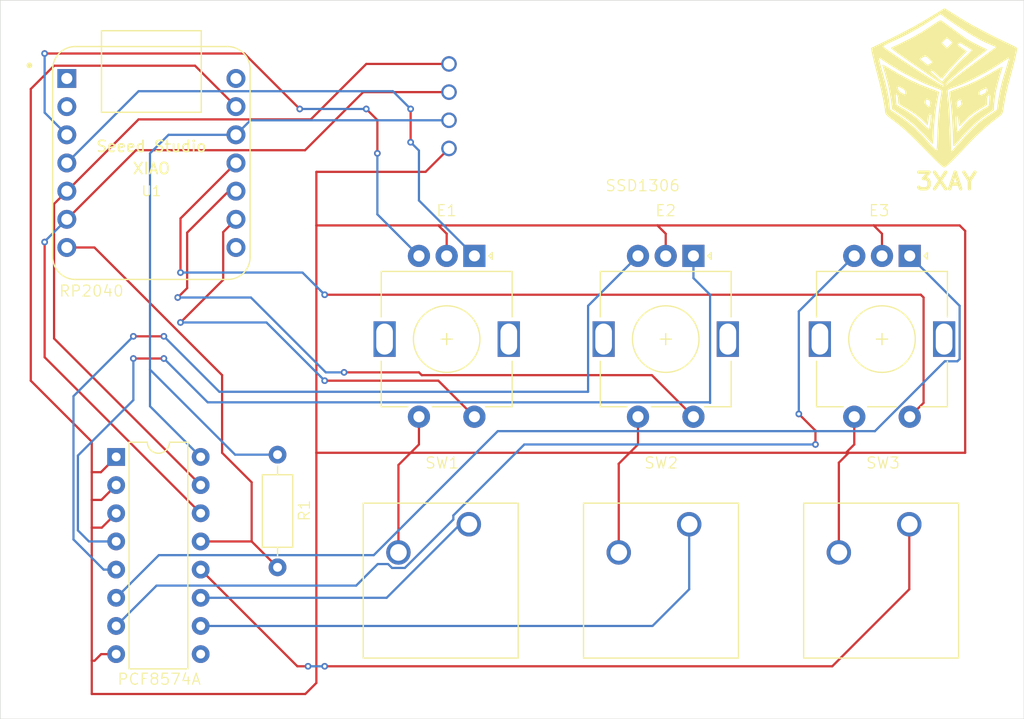
<source format=kicad_pcb>
(kicad_pcb (version 20240108) (generator "pcbnew") (generator_version "8.0")
  (layers (0 "F.Cu" signal) (31 "B.Cu" signal) (34 "B.Paste" user) (35 "F.Paste" user) (36 "B.SilkS" user "B.Silkscreen") (37 "F.SilkS" user "F.Silkscreen") (38 "B.Mask" user) (39 "F.Mask" user) (44 "Edge.Cuts" user))
  (net 0 "")
  (net 1 "VCC")
  (net 2 "GND")
  (net 3 "Net-(U1-PA7_A8_D8_SCK)")
  (net 4 "Net-(U1-PA5_A9_D9_MISO)")
  (net 5 "Net-(U1-PA11_A3_D3)")
  (net 6 "Net-(U1-PA10_A2_D2)")
  (net 7 "Net-(U1-PA6_A10_D10_MOSI)")
  (net 9 "Net-(OL1-SCL)")
  (net 10 "Net-(OL1-SDA)")
  (net 11 "Net-(U2-P1)")
  (net 12 "Net-(U2-P0)")
  (net 13 "Net-(U2-P2)")
  (net 14 "Net-(U2-P3)")
  (net 15 "Net-(U2-P6)")
  (net 16 "Net-(U2-P5)")
  (net 17 "Net-(U2-P7)")
  (net 18 "IO_INT")
  (footprint "Resistor_THT:R_Axial_DIN0207_L6.3mm_D2.5mm_P10.16mm_Horizontal" (layer "F.Cu") (at 140.685 124.535 -90)
    (property "Reference" "R1" (hide yes))
    (property "Value" "10k")
    (pad "1" thru_hole circle (at 0 0 270) (size 1.6 1.6) (drill 0.8) (layers "*.Cu" "*.Mask") (net 1 "VCC"))
    (pad "2" thru_hole oval (at 10.16 0 270) (size 1.6 1.6) (drill 0.8) (layers "*.Cu" "*.Mask") (net 18 "IO_INT"))
  )
  (footprint "Rotary_Encoder:RotaryEncoder_Alps_EC11E-Switch_Vertical_H20mm" (layer "F.Cu") (at 197.685 106.615 -90)
    (property "Reference" "SW3" (hide yes))
    (property "Value" "RotaryEncoder_Switch")
    (pad "A" thru_hole rect (at 0 0 270) (size 2 2) (drill 1) (layers "*.Cu" "*.Mask") (net 13 "Net-(U2-P2)"))
    (pad "B" thru_hole circle (at 0 5 270) (size 2 2) (drill 1) (layers "*.Cu" "*.Mask") (net 14 "Net-(U2-P3)"))
    (pad "C" thru_hole circle (at 0 2.5 270) (size 2 2) (drill 1) (layers "*.Cu" "*.Mask") (net 2 "GND"))
    (pad "MP" thru_hole rect (at 7.5 -3.1 270) (size 3.2 2) (drill oval 2.8 1.5) (layers "*.Cu" "*.Mask"))
    (pad "MP" thru_hole rect (at 7.5 8.1 270) (size 3.2 2) (drill oval 2.8 1.5) (layers "*.Cu" "*.Mask"))
    (pad "S1" thru_hole circle (at 14.5 5 270) (size 2 2) (drill 1) (layers "*.Cu" "*.Mask") (net 2 "GND"))
    (pad "S2" thru_hole circle (at 14.5 0 270) (size 2 2) (drill 1) (layers "*.Cu" "*.Mask") (net 7 "Net-(U1-PA6_A10_D10_MOSI)"))
  )
  (footprint "Button_Switch_Keyboard:SW_Cherry_MX_1.00u_PCB" (layer "F.Cu") (at 197.645 130.81)
    (property "Reference" "SW6" (hide yes))
    (property "Value" "SW_Push")
    (pad "" np_thru_hole circle (at -7.62 5.08) (size 1.7 1.7) (drill 1.7) (layers "*.Cu" "*.Mask"))
    (pad "" np_thru_hole circle (at -2.54 5.08) (size 4 4) (drill 4) (layers "*.Cu" "*.Mask"))
    (pad "" np_thru_hole circle (at 2.54 5.08) (size 1.7 1.7) (drill 1.7) (layers "*.Cu" "*.Mask"))
    (pad "1" thru_hole circle (at 0 0) (size 2.2 2.2) (drill 1.5) (layers "*.Cu" "*.Mask") (net 17 "Net-(U2-P7)"))
    (pad "2" thru_hole circle (at -6.35 2.54) (size 2.2 2.2) (drill 1.5) (layers "*.Cu" "*.Mask") (net 2 "GND"))
  )
  (footprint "Rotary_Encoder:RotaryEncoder_Alps_EC11E-Switch_Vertical_H20mm" (layer "F.Cu") (at 178.185 106.615 -90)
    (property "Reference" "SW2" (hide yes))
    (property "Value" "RotaryEncoder_Switch")
    (pad "A" thru_hole rect (at 0 0 270) (size 2 2) (drill 1) (layers "*.Cu" "*.Mask") (net 12 "Net-(U2-P0)"))
    (pad "B" thru_hole circle (at 0 5 270) (size 2 2) (drill 1) (layers "*.Cu" "*.Mask") (net 11 "Net-(U2-P1)"))
    (pad "C" thru_hole circle (at 0 2.5 270) (size 2 2) (drill 1) (layers "*.Cu" "*.Mask") (net 2 "GND"))
    (pad "MP" thru_hole rect (at 7.5 -3.1 270) (size 3.2 2) (drill oval 2.8 1.5) (layers "*.Cu" "*.Mask"))
    (pad "MP" thru_hole rect (at 7.5 8.1 270) (size 3.2 2) (drill oval 2.8 1.5) (layers "*.Cu" "*.Mask"))
    (pad "S1" thru_hole circle (at 14.5 5 270) (size 2 2) (drill 1) (layers "*.Cu" "*.Mask") (net 2 "GND"))
    (pad "S2" thru_hole circle (at 14.5 0 270) (size 2 2) (drill 1) (layers "*.Cu" "*.Mask") (net 4 "Net-(U1-PA5_A9_D9_MISO)"))
  )
  (footprint "Rotary_Encoder:RotaryEncoder_Alps_EC11E-Switch_Vertical_H20mm" (layer "F.Cu") (at 158.435 106.615 -90)
    (property "Reference" "SW1" (hide yes))
    (property "Value" "RotaryEncoder_Switch")
    (pad "A" thru_hole rect (at 0 0 270) (size 2 2) (drill 1) (layers "*.Cu" "*.Mask") (net 5 "Net-(U1-PA11_A3_D3)"))
    (pad "B" thru_hole circle (at 0 5 270) (size 2 2) (drill 1) (layers "*.Cu" "*.Mask") (net 6 "Net-(U1-PA10_A2_D2)"))
    (pad "C" thru_hole circle (at 0 2.5 270) (size 2 2) (drill 1) (layers "*.Cu" "*.Mask") (net 2 "GND"))
    (pad "MP" thru_hole rect (at 7.5 -3.1 270) (size 3.2 2) (drill oval 2.8 1.5) (layers "*.Cu" "*.Mask"))
    (pad "MP" thru_hole rect (at 7.5 8.1 270) (size 3.2 2) (drill oval 2.8 1.5) (layers "*.Cu" "*.Mask"))
    (pad "S1" thru_hole circle (at 14.5 5 270) (size 2 2) (drill 1) (layers "*.Cu" "*.Mask") (net 2 "GND"))
    (pad "S2" thru_hole circle (at 14.5 0 270) (size 2 2) (drill 1) (layers "*.Cu" "*.Mask") (net 3 "Net-(U1-PA7_A8_D8_SCK)"))
  )
  (footprint "kbd:OLED" (layer "F.Cu") (at 156.145 93.115 -90)
    (property "Reference" "OL1")
    (property "Value" "OLED" (hide yes))
    (pad "1" thru_hole circle (at -3.81 0 270) (size 1.4 1.4) (drill 1) (layers "*.Cu" "*.Mask") (net 10 "Net-(OL1-SDA)"))
    (pad "2" thru_hole circle (at -1.27 0 270) (size 1.4 1.4) (drill 1) (layers "*.Cu" "*.Mask") (net 9 "Net-(OL1-SCL)"))
    (pad "3" thru_hole circle (at 1.27 0 270) (size 1.4 1.4) (drill 1) (layers "*.Cu" "*.Mask") (net 1 "VCC"))
    (pad "4" thru_hole circle (at 3.81 0 270) (size 1.4 1.4) (drill 1) (layers "*.Cu" "*.Mask") (net 2 "GND"))
  )
  (footprint "Button_Switch_Keyboard:SW_Cherry_MX_1.00u_PCB" (layer "F.Cu") (at 177.8 130.81)
    (property "Reference" "SW5" (hide yes))
    (property "Value" "SW_Push")
    (pad "" np_thru_hole circle (at -7.62 5.08) (size 1.7 1.7) (drill 1.7) (layers "*.Cu" "*.Mask"))
    (pad "" np_thru_hole circle (at -2.54 5.08) (size 4 4) (drill 4) (layers "*.Cu" "*.Mask"))
    (pad "" np_thru_hole circle (at 2.54 5.08) (size 1.7 1.7) (drill 1.7) (layers "*.Cu" "*.Mask"))
    (pad "1" thru_hole circle (at 0 0) (size 2.2 2.2) (drill 1.5) (layers "*.Cu" "*.Mask") (net 16 "Net-(U2-P5)"))
    (pad "2" thru_hole circle (at -6.35 2.54) (size 2.2 2.2) (drill 1.5) (layers "*.Cu" "*.Mask") (net 2 "GND"))
  )
  (footprint "Package_DIP:DIP-16_W7.62mm" (layer "F.Cu") (at 126.135 124.74)
    (property "Reference" "U2" (hide yes))
    (property "Value" "PCF8574A")
    (pad "1" thru_hole rect (at 0 0) (size 1.6 1.6) (drill 0.8) (layers "*.Cu" "*.Mask") (net 2 "GND"))
    (pad "2" thru_hole oval (at 0 2.54) (size 1.6 1.6) (drill 0.8) (layers "*.Cu" "*.Mask") (net 2 "GND"))
    (pad "3" thru_hole oval (at 0 5.08) (size 1.6 1.6) (drill 0.8) (layers "*.Cu" "*.Mask") (net 2 "GND"))
    (pad "4" thru_hole oval (at 0 7.62) (size 1.6 1.6) (drill 0.8) (layers "*.Cu" "*.Mask") (net 12 "Net-(U2-P0)"))
    (pad "5" thru_hole oval (at 0 10.16) (size 1.6 1.6) (drill 0.8) (layers "*.Cu" "*.Mask") (net 11 "Net-(U2-P1)"))
    (pad "6" thru_hole oval (at 0 12.7) (size 1.6 1.6) (drill 0.8) (layers "*.Cu" "*.Mask") (net 13 "Net-(U2-P2)"))
    (pad "7" thru_hole oval (at 0 15.24) (size 1.6 1.6) (drill 0.8) (layers "*.Cu" "*.Mask") (net 14 "Net-(U2-P3)"))
    (pad "8" thru_hole oval (at 0 17.78) (size 1.6 1.6) (drill 0.8) (layers "*.Cu" "*.Mask") (net 2 "GND"))
    (pad "9" thru_hole oval (at 7.62 17.78) (size 1.6 1.6) (drill 0.8) (layers "*.Cu" "*.Mask"))
    (pad "10" thru_hole oval (at 7.62 15.24) (size 1.6 1.6) (drill 0.8) (layers "*.Cu" "*.Mask") (net 16 "Net-(U2-P5)"))
    (pad "11" thru_hole oval (at 7.62 12.7) (size 1.6 1.6) (drill 0.8) (layers "*.Cu" "*.Mask") (net 15 "Net-(U2-P6)"))
    (pad "12" thru_hole oval (at 7.62 10.16) (size 1.6 1.6) (drill 0.8) (layers "*.Cu" "*.Mask") (net 17 "Net-(U2-P7)"))
    (pad "13" thru_hole oval (at 7.62 7.62) (size 1.6 1.6) (drill 0.8) (layers "*.Cu" "*.Mask") (net 18 "IO_INT"))
    (pad "14" thru_hole oval (at 7.62 5.08) (size 1.6 1.6) (drill 0.8) (layers "*.Cu" "*.Mask") (net 9 "Net-(OL1-SCL)"))
    (pad "15" thru_hole oval (at 7.62 2.54) (size 1.6 1.6) (drill 0.8) (layers "*.Cu" "*.Mask") (net 10 "Net-(OL1-SDA)"))
    (pad "16" thru_hole oval (at 7.62 0) (size 1.6 1.6) (drill 0.8) (layers "*.Cu" "*.Mask") (net 1 "VCC"))
  )
  (footprint "LOGO" (layer "F.Cu") (at 200.843168 91.26254)
    (property "Reference" "G***" (hide yes))
    (property "Value" "LOGO" (hide yes))
  )
  (footprint "Button_Switch_Keyboard:SW_Cherry_MX_1.00u_PCB" (layer "F.Cu") (at 157.935 130.81)
    (property "Reference" "SW4" (hide yes))
    (property "Value" "SW_Push")
    (pad "" np_thru_hole circle (at -7.62 5.08) (size 1.7 1.7) (drill 1.7) (layers "*.Cu" "*.Mask"))
    (pad "" np_thru_hole circle (at -2.54 5.08) (size 4 4) (drill 4) (layers "*.Cu" "*.Mask"))
    (pad "" np_thru_hole circle (at 2.54 5.08) (size 1.7 1.7) (drill 1.7) (layers "*.Cu" "*.Mask"))
    (pad "1" thru_hole circle (at 0 0) (size 2.2 2.2) (drill 1.5) (layers "*.Cu" "*.Mask") (net 15 "Net-(U2-P6)"))
    (pad "2" thru_hole circle (at -6.35 2.54) (size 2.2 2.2) (drill 1.5) (layers "*.Cu" "*.Mask") (net 2 "GND"))
  )
  (footprint "Seeed Studio XIAO Series Library:XIAO-Generic-Thruhole-14P-2.54-21X17.8MM" (layer "F.Cu") (at 129.31 98.235)
    (property "Reference" "U1" (at 0 2.54 0) (layer "F.SilkS") (effects (font (size 0.889 0.889) (thickness 0.1016))))
    (property "Value" "Seeed Studio XIAO SAMD21" (hide yes))
    (fp_text user "Seeed Studio" (at 0 -1.5 0) (layer "F.SilkS"))
    (fp_text user "XIAO" (at 0 0.5 0) (layer "F.SilkS"))
    (pad "1" thru_hole rect (at -7.625 -7.62) (size 1.7 1.7) (drill 1) (layers "*.Cu" "*.Mask"))
    (pad "2" thru_hole circle (at -7.625 -5.08) (size 1.7 1.7) (drill 1) (layers "*.Cu" "*.Mask"))
    (pad "3" thru_hole circle (at -7.625 -2.54) (size 1.7 1.7) (drill 1) (layers "*.Cu" "*.Mask") (net 6 "Net-(U1-PA10_A2_D2)"))
    (pad "4" thru_hole circle (at -7.625 0) (size 1.7 1.7) (drill 1) (layers "*.Cu" "*.Mask") (net 5 "Net-(U1-PA11_A3_D3)"))
    (pad "5" thru_hole circle (at -7.625 2.54) (size 1.7 1.7) (drill 1) (layers "*.Cu" "*.Mask") (net 10 "Net-(OL1-SDA)"))
    (pad "6" thru_hole circle (at -7.625 5.08 180) (size 1.7 1.7) (drill 1) (layers "*.Cu" "*.Mask") (net 9 "Net-(OL1-SCL)"))
    (pad "7" thru_hole circle (at -7.625 7.62) (size 1.7 1.7) (drill 1) (layers "*.Cu" "*.Mask") (net 18 "IO_INT"))
    (pad "8" thru_hole circle (at 7.625 7.62) (size 1.7 1.7) (drill 1) (layers "*.Cu" "*.Mask"))
    (pad "9" thru_hole circle (at 7.625 5.08) (size 1.7 1.7) (drill 1) (layers "*.Cu" "*.Mask") (net 3 "Net-(U1-PA7_A8_D8_SCK)"))
    (pad "10" thru_hole circle (at 7.625 2.54) (size 1.7 1.7) (drill 1) (layers "*.Cu" "*.Mask") (net 4 "Net-(U1-PA5_A9_D9_MISO)"))
    (pad "11" thru_hole circle (at 7.625 0) (size 1.7 1.7) (drill 1) (layers "*.Cu" "*.Mask") (net 7 "Net-(U1-PA6_A10_D10_MOSI)"))
    (pad "12" thru_hole circle (at 7.625 -2.54) (size 1.7 1.7) (drill 1) (layers "*.Cu" "*.Mask") (net 1 "VCC"))
    (pad "13" thru_hole circle (at 7.625 -5.08) (size 1.7 1.7) (drill 1) (layers "*.Cu" "*.Mask") (net 2 "GND"))
    (pad "14" thru_hole circle (at 7.625 -7.62) (size 1.7 1.7) (drill 1) (layers "*.Cu" "*.Mask"))
  )
  (gr_rect (start 115.685 83.565) (end 207.985 148.365) (stroke (width 0.05)) (fill none) (layer "Edge.Cuts"))
  (gr_text "SSD1306" (at 170.185 100.865 0) (layer "F.SilkS") (effects (font (size 1 1) (thickness 0.1)) (justify left bottom)))
  (gr_text "E3" (at 193.935 103.115 0) (layer "F.SilkS") (effects (font (size 1 1) (thickness 0.1)) (justify left bottom)))
  (gr_text "SW2" (at 173.685 125.865 0) (layer "F.SilkS") (effects (font (size 1 1) (thickness 0.1)) (justify left bottom)))
  (gr_text "RP2040" (at 120.935 110.365 0) (layer "F.SilkS") (effects (font (size 1 1) (thickness 0.1)) (justify left bottom)))
  (gr_text "E1" (at 154.935 103.115 0) (layer "F.SilkS") (effects (font (size 1 1) (thickness 0.1)) (justify left bottom)))
  (gr_text "3XAY" (at 198.085 100.765 0) (layer "F.SilkS") (effects (font (size 1.5 1.5) (thickness 0.3) (bold yes)) (justify left bottom)))
  (gr_text "SW3" (at 193.685 125.865 0) (layer "F.SilkS") (effects (font (size 1 1) (thickness 0.1)) (justify left bottom)))
  (gr_text "PCF8574A" (at 126.185 145.365 0) (layer "F.SilkS") (effects (font (size 1 1) (thickness 0.1)) (justify left bottom)))
  (gr_text "E2" (at 174.685 103.115 0) (layer "F.SilkS") (effects (font (size 1 1) (thickness 0.1)) (justify left bottom)))
  (gr_text "R1" (at 143.685 130.615 90) (layer "F.SilkS") (effects (font (size 1 1) (thickness 0.1)) (justify left bottom)))
  (gr_text "SW1" (at 153.935 125.865 0) (layer "F.SilkS") (effects (font (size 1 1) (thickness 0.1)) (justify left bottom)))
  (segment (start 129.185 120.17) (end 133.755 124.74) (width 0.2) (layer "B.Cu") (net 1))
  (segment (start 130.855 95.695) (end 129.185 97.365) (width 0.2) (layer "B.Cu") (net 1))
  (segment (start 136.935 95.695) (end 130.855 95.695) (width 0.2) (layer "B.Cu") (net 1))
  (segment (start 156.145 94.385) (end 138.245 94.385) (width 0.2) (layer "B.Cu") (net 1))
  (segment (start 140.685 124.535) (end 136.855 124.535) (width 0.2) (layer "B.Cu") (net 1))
  (segment (start 136.855 124.535) (end 129.185 116.865) (width 0.2) (layer "B.Cu") (net 1))
  (segment (start 129.185 97.365) (end 129.185 116.865) (width 0.2) (layer "B.Cu") (net 1))
  (segment (start 138.245 94.385) (end 136.935 95.695) (width 0.2) (layer "B.Cu") (net 1))
  (segment (start 129.185 116.865) (end 129.185 120.17) (width 0.2) (layer "B.Cu") (net 1))
  (segment (start 191.935 124.365) (end 192.685 123.615) (width 0.2) (layer "F.Cu") (net 2))
  (segment (start 123.935 146.115) (end 123.935 143.115) (width 0.2) (layer "F.Cu") (net 2))
  (segment (start 123.935 131.115) (end 123.935 128.615) (width 0.2) (layer "F.Cu") (net 2))
  (segment (start 172.435 124.365) (end 171.435 125.365) (width 0.2) (layer "F.Cu") (net 2))
  (segment (start 124.78 142.52) (end 126.135 142.52) (width 0.2) (layer "F.Cu") (net 2))
  (segment (start 155.935 104.615) (end 155.935 106.615) (width 0.2) (layer "F.Cu") (net 2))
  (segment (start 123.935 128.615) (end 123.935 126.115) (width 0.2) (layer "F.Cu") (net 2))
  (segment (start 174.935 103.865) (end 194.435 103.865) (width 0.2) (layer "F.Cu") (net 2))
  (segment (start 144.185 145.115) (end 143.185 146.115) (width 0.2) (layer "F.Cu") (net 2))
  (segment (start 123.935 143.115) (end 123.935 131.115) (width 0.2) (layer "F.Cu") (net 2))
  (segment (start 124.8 128.615) (end 126.135 127.28) (width 0.2) (layer "F.Cu") (net 2))
  (segment (start 202.685 104.365) (end 202.685 124.365) (width 0.2) (layer "F.Cu") (net 2))
  (segment (start 151.585 125.465) (end 151.585 133.35) (width 0.2) (layer "F.Cu") (net 2))
  (segment (start 191.295 133.35) (end 191.295 125.255) (width 0.2) (layer "F.Cu") (net 2))
  (segment (start 124.185 143.115) (end 124.78 142.52) (width 0.2) (layer "F.Cu") (net 2))
  (segment (start 144.185 103.865) (end 144.185 124.365) (width 0.2) (layer "F.Cu") (net 2))
  (segment (start 133.245 89.465) (end 136.935 93.155) (width 0.2) (layer "F.Cu") (net 2))
  (segment (start 118.435 91.565) (end 120.535 89.465) (width 0.2) (layer "F.Cu") (net 2))
  (segment (start 118.435 117.865) (end 118.435 91.565) (width 0.2) (layer "F.Cu") (net 2))
  (segment (start 171.45 125.38) (end 171.45 133.35) (width 0.2) (layer "F.Cu") (net 2))
  (segment (start 174.935 103.865) (end 175.685 104.615) (width 0.2) (layer "F.Cu") (net 2))
  (segment (start 144.185 103.865) (end 155.185 103.865) (width 0.2) (layer "F.Cu") (net 2))
  (segment (start 124.76 126.115) (end 126.135 124.74) (width 0.2) (layer "F.Cu") (net 2))
  (segment (start 155.185 103.865) (end 174.935 103.865) (width 0.2) (layer "F.Cu") (net 2))
  (segment (start 123.935 143.115) (end 124.185 143.115) (width 0.2) (layer "F.Cu") (net 2))
  (segment (start 152.685 124.365) (end 153.435 123.615) (width 0.2) (layer "F.Cu") (net 2))
  (segment (start 123.935 123.365) (end 118.435 117.865) (width 0.2) (layer "F.Cu") (net 2))
  (segment (start 194.435 103.865) (end 202.185 103.865) (width 0.2) (layer "F.Cu") (net 2))
  (segment (start 155.185 103.865) (end 155.935 104.615) (width 0.2) (layer "F.Cu") (net 2))
  (segment (start 123.935 131.115) (end 124.84 131.115) (width 0.2) (layer "F.Cu") (net 2))
  (segment (start 123.935 126.115) (end 123.935 123.365) (width 0.2) (layer "F.Cu") (net 2))
  (segment (start 143.185 146.115) (end 123.935 146.115) (width 0.2) (layer "F.Cu") (net 2))
  (segment (start 120.535 89.465) (end 133.245 89.465) (width 0.2) (layer "F.Cu") (net 2))
  (segment (start 154.035 99.035) (end 156.145 96.925) (width 0.2) (layer "F.Cu") (net 2))
  (segment (start 194.435 103.865) (end 195.185 104.615) (width 0.2) (layer "F.Cu") (net 2))
  (segment (start 173.185 123.615) (end 173.185 121.115) (width 0.2) (layer "F.Cu") (net 2))
  (segment (start 172.435 124.365) (end 173.185 123.615) (width 0.2) (layer "F.Cu") (net 2))
  (segment (start 195.185 104.615) (end 195.185 106.615) (width 0.2) (layer "F.Cu") (net 2))
  (segment (start 144.185 99.035) (end 144.185 103.865) (width 0.2) (layer "F.Cu") (net 2))
  (segment (start 191.935 124.365) (end 192.185 124.365) (width 0.2) (layer "F.Cu") (net 2))
  (segment (start 123.935 126.115) (end 124.76 126.115) (width 0.2) (layer "F.Cu") (net 2))
  (segment (start 172.435 124.365) (end 191.935 124.365) (width 0.2) (layer "F.Cu") (net 2))
  (segment (start 152.685 124.365) (end 172.435 124.365) (width 0.2) (layer "F.Cu") (net 2))
  (segment (start 202.185 103.865) (end 202.685 104.365) (width 0.2) (layer "F.Cu") (net 2))
  (segment (start 144.185 124.365) (end 152.685 124.365) (width 0.2) (layer "F.Cu") (net 2))
  (segment (start 191.295 125.255) (end 192.185 124.365) (width 0.2) (layer "F.Cu") (net 2))
  (segment (start 124.84 131.115) (end 126.135 129.82) (width 0.2) (layer "F.Cu") (net 2))
  (segment (start 144.185 124.365) (end 144.185 145.115) (width 0.2) (layer "F.Cu") (net 2))
  (segment (start 171.435 125.365) (end 171.45 125.38) (width 0.2) (layer "F.Cu") (net 2))
  (segment (start 175.685 104.615) (end 175.685 106.615) (width 0.2) (layer "F.Cu") (net 2))
  (segment (start 152.685 124.365) (end 151.585 125.465) (width 0.2) (layer "F.Cu") (net 2))
  (segment (start 202.685 124.365) (end 192.185 124.365) (width 0.2) (layer "F.Cu") (net 2))
  (segment (start 192.685 123.615) (end 192.685 121.115) (width 0.2) (layer "F.Cu") (net 2))
  (segment (start 123.935 128.615) (end 124.8 128.615) (width 0.2) (layer "F.Cu") (net 2))
  (segment (start 153.435 123.615) (end 153.435 121.115) (width 0.2) (layer "F.Cu") (net 2))
  (segment (start 144.185 99.035) (end 154.035 99.035) (width 0.2) (layer "F.Cu") (net 2))
  (segment (start 131.935 112.615) (end 135.785 108.765) (width 0.2) (layer "F.Cu") (net 3))
  (segment (start 155.185 117.865) (end 158.435 121.115) (width 0.2) (layer "F.Cu") (net 3))
  (segment (start 144.935 117.865) (end 155.185 117.865) (width 0.2) (layer "F.Cu") (net 3))
  (segment (start 135.785 108.765) (end 135.785 104.465) (width 0.2) (layer "F.Cu") (net 3))
  (segment (start 135.785 104.465) (end 136.935 103.315) (width 0.2) (layer "F.Cu") (net 3))
  (via (at 144.935 117.865) (size 0.6) (drill 0.3) (layers "F.Cu" "B.Cu") (net 3))
  (via (at 131.935 112.615) (size 0.6) (drill 0.3) (layers "F.Cu" "B.Cu") (net 3))
  (segment (start 131.935 112.615) (end 139.685 112.615) (width 0.2) (layer "B.Cu") (net 3))
  (segment (start 139.685 112.615) (end 144.935 117.865) (width 0.2) (layer "B.Cu") (net 3))
  (segment (start 132.535 109.515) (end 132.535 104.515) (width 0.2) (layer "F.Cu") (net 4))
  (segment (start 146.685 117.115) (end 153.435 117.115) (width 0.2) (layer "F.Cu") (net 4))
  (segment (start 174.435 117.365) (end 178.185 121.115) (width 0.2) (layer "F.Cu") (net 4))
  (segment (start 153.685 117.365) (end 174.435 117.365) (width 0.2) (layer "F.Cu") (net 4))
  (segment (start 131.685 110.365) (end 132.535 109.515) (width 0.2) (layer "F.Cu") (net 4))
  (segment (start 136.275 100.775) (end 136.935 100.775) (width 0.2) (layer "F.Cu") (net 4))
  (segment (start 132.535 104.515) (end 136.275 100.775) (width 0.2) (layer "F.Cu") (net 4))
  (segment (start 153.435 117.115) (end 153.685 117.365) (width 0.2) (layer "F.Cu") (net 4))
  (via (at 131.685 110.365) (size 0.6) (drill 0.3) (layers "F.Cu" "B.Cu") (net 4))
  (via (at 146.685 117.115) (size 0.6) (drill 0.3) (layers "F.Cu" "B.Cu") (net 4))
  (segment (start 145.033529 117.115) (end 146.685 117.115) (width 0.2) (layer "B.Cu") (net 4))
  (segment (start 138.283529 110.365) (end 145.033529 117.115) (width 0.2) (layer "B.Cu") (net 4))
  (segment (start 131.685 110.365) (end 138.283529 110.365) (width 0.2) (layer "B.Cu") (net 4))
  (segment (start 152.685 96.365) (end 152.685 93.365) (width 0.2) (layer "F.Cu") (net 5))
  (via (at 152.685 96.365) (size 0.6) (drill 0.3) (layers "F.Cu" "B.Cu") (net 5))
  (via (at 152.685 93.365) (size 0.6) (drill 0.3) (layers "F.Cu" "B.Cu") (net 5))
  (segment (start 128.155 91.765) (end 121.685 98.235) (width 0.2) (layer "B.Cu") (net 5))
  (segment (start 153.435 101.615) (end 158.435 106.615) (width 0.2) (layer "B.Cu") (net 5))
  (segment (start 151.085 91.765) (end 128.155 91.765) (width 0.2) (layer "B.Cu") (net 5))
  (segment (start 153.435 101.615) (end 153.435 97.115) (width 0.2) (layer "B.Cu") (net 5))
  (segment (start 153.435 97.115) (end 152.685 96.365) (width 0.2) (layer "B.Cu") (net 5))
  (segment (start 152.685 93.365) (end 151.085 91.765) (width 0.2) (layer "B.Cu") (net 5))
  (segment (start 149.685 97.365) (end 149.685 94.365) (width 0.2) (layer "F.Cu") (net 6))
  (segment (start 137.685 88.365) (end 119.685 88.365) (width 0.2) (layer "F.Cu") (net 6))
  (segment (start 142.685 93.365) (end 137.685 88.365) (width 0.2) (layer "F.Cu") (net 6))
  (segment (start 149.685 94.365) (end 148.685 93.365) (width 0.2) (layer "F.Cu") (net 6))
  (via (at 119.685 88.365) (size 0.6) (drill 0.3) (layers "F.Cu" "B.Cu") (net 6))
  (via (at 149.685 97.365) (size 0.6) (drill 0.3) (layers "F.Cu" "B.Cu") (net 6))
  (via (at 142.685 93.365) (size 0.6) (drill 0.3) (layers "F.Cu" "B.Cu") (net 6))
  (via (at 148.685 93.365) (size 0.6) (drill 0.3) (layers "F.Cu" "B.Cu") (net 6))
  (segment (start 148.685 93.365) (end 142.685 93.365) (width 0.2) (layer "B.Cu") (net 6))
  (segment (start 119.685 93.695) (end 121.685 95.695) (width 0.2) (layer "B.Cu") (net 6))
  (segment (start 119.685 88.365) (end 119.685 93.695) (width 0.2) (layer "B.Cu") (net 6))
  (segment (start 153.435 106.615) (end 149.685 102.865) (width 0.2) (layer "B.Cu") (net 6))
  (segment (start 149.685 102.865) (end 149.685 97.365) (width 0.2) (layer "B.Cu") (net 6))
  (segment (start 198.935 110.365) (end 198.935 119.865) (width 0.2) (layer "F.Cu") (net 7))
  (segment (start 144.935 110.115) (end 198.685 110.115) (width 0.2) (layer "F.Cu") (net 7))
  (segment (start 198.685 110.115) (end 198.935 110.365) (width 0.2) (layer "F.Cu") (net 7))
  (segment (start 198.935 119.865) (end 197.685 121.115) (width 0.2) (layer "F.Cu") (net 7))
  (segment (start 131.935 103.235) (end 131.935 108.115) (width 0.2) (layer "F.Cu") (net 7))
  (segment (start 136.935 98.235) (end 131.935 103.235) (width 0.2) (layer "F.Cu") (net 7))
  (via (at 144.935 110.115) (size 0.6) (drill 0.3) (layers "F.Cu" "B.Cu") (net 7))
  (via (at 131.935 108.115) (size 0.6) (drill 0.3) (layers "F.Cu" "B.Cu") (net 7))
  (segment (start 142.935 108.115) (end 144.935 110.115) (width 0.2) (layer "B.Cu") (net 7))
  (segment (start 131.935 108.115) (end 142.935 108.115) (width 0.2) (layer "B.Cu") (net 7))
  (segment (start 148.405 91.845) (end 156.145 91.845) (width 0.2) (layer "F.Cu") (net 9))
  (segment (start 143.165 97.085) (end 148.405 91.845) (width 0.2) (layer "F.Cu") (net 9))
  (segment (start 133.755 129.82) (end 119.685 115.75) (width 0.2) (layer "F.Cu") (net 9))
  (segment (start 119.685 115.75) (end 119.685 105.365) (width 0.2) (layer "F.Cu") (net 9))
  (segment (start 121.685 103.315) (end 127.915 97.085) (width 0.2) (layer "F.Cu") (net 9))
  (segment (start 127.915 97.085) (end 143.165 97.085) (width 0.2) (layer "F.Cu") (net 9))
  (via (at 119.685 105.365) (size 0.6) (drill 0.3) (layers "F.Cu" "B.Cu") (net 9))
  (segment (start 119.685 105.315) (end 121.685 103.315) (width 0.2) (layer "B.Cu") (net 9))
  (segment (start 119.685 105.365) (end 119.685 105.315) (width 0.2) (layer "B.Cu") (net 9))
  (segment (start 121.685 100.775) (end 128.155 94.305) (width 0.2) (layer "F.Cu") (net 10))
  (segment (start 120.535 101.925) (end 121.685 100.775) (width 0.2) (layer "F.Cu") (net 10))
  (segment (start 143.685 94.305) (end 148.685 89.305) (width 0.2) (layer "F.Cu") (net 10))
  (segment (start 120.535 114.06) (end 120.535 101.925) (width 0.2) (layer "F.Cu") (net 10))
  (segment (start 148.685 89.305) (end 156.145 89.305) (width 0.2) (layer "F.Cu") (net 10))
  (segment (start 128.155 94.305) (end 143.685 94.305) (width 0.2) (layer "F.Cu") (net 10))
  (segment (start 133.755 127.28) (end 120.535 114.06) (width 0.2) (layer "F.Cu") (net 10))
  (segment (start 127.685 113.865) (end 130.435 113.865) (width 0.2) (layer "F.Cu") (net 11))
  (via (at 130.435 113.865) (size 0.6) (drill 0.3) (layers "F.Cu" "B.Cu") (net 11))
  (via (at 127.685 113.865) (size 0.6) (drill 0.3) (layers "F.Cu" "B.Cu") (net 11))
  (segment (start 168.685 111.115) (end 173.185 106.615) (width 0.2) (layer "B.Cu") (net 11))
  (segment (start 122.285 132.18137) (end 122.285 119.265) (width 0.2) (layer "B.Cu") (net 11))
  (segment (start 122.285 119.265) (end 127.685 113.865) (width 0.2) (layer "B.Cu") (net 11))
  (segment (start 130.435 113.865) (end 135.435 118.865) (width 0.2) (layer "B.Cu") (net 11))
  (segment (start 135.435 118.865) (end 168.685 118.865) (width 0.2) (layer "B.Cu") (net 11))
  (segment (start 126.135 134.9) (end 125.00363 134.9) (width 0.2) (layer "B.Cu") (net 11))
  (segment (start 168.685 118.865) (end 168.685 111.115) (width 0.2) (layer "B.Cu") (net 11))
  (segment (start 125.00363 134.9) (end 122.285 132.18137) (width 0.2) (layer "B.Cu") (net 11))
  (segment (start 127.685 115.865) (end 130.435 115.865) (width 0.2) (layer "F.Cu") (net 12))
  (via (at 127.685 115.865) (size 0.6) (drill 0.3) (layers "F.Cu" "B.Cu") (net 12))
  (via (at 130.435 115.865) (size 0.6) (drill 0.3) (layers "F.Cu" "B.Cu") (net 12))
  (segment (start 122.685 131.365) (end 122.685 124.615) (width 0.2) (layer "B.Cu") (net 12))
  (segment (start 122.685 124.615) (end 125.435 121.865) (width 0.2) (layer "B.Cu") (net 12))
  (segment (start 178.185 108.615) (end 178.185 106.615) (width 0.2) (layer "B.Cu") (net 12))
  (segment (start 179.685 110.115) (end 178.185 108.615) (width 0.2) (layer "B.Cu") (net 12))
  (segment (start 134.385 119.815) (end 179.635 119.815) (width 0.2) (layer "B.Cu") (net 12))
  (segment (start 123.68 132.36) (end 122.685 131.365) (width 0.2) (layer "B.Cu") (net 12))
  (segment (start 179.685 119.865) (end 179.685 110.115) (width 0.2) (layer "B.Cu") (net 12))
  (segment (start 126.135 132.36) (end 123.68 132.36) (width 0.2) (layer "B.Cu") (net 12))
  (segment (start 125.435 121.865) (end 127.685 119.615) (width 0.2) (layer "B.Cu") (net 12))
  (segment (start 130.435 115.865) (end 134.385 119.815) (width 0.2) (layer "B.Cu") (net 12))
  (segment (start 179.635 119.815) (end 179.685 119.865) (width 0.2) (layer "B.Cu") (net 12))
  (segment (start 127.685 119.615) (end 127.685 115.865) (width 0.2) (layer "B.Cu") (net 12))
  (segment (start 149.360101 133.595) (end 160.540101 122.415) (width 0.2) (layer "B.Cu") (net 13))
  (segment (start 126.135 137.44) (end 129.98 133.595) (width 0.2) (layer "B.Cu") (net 13))
  (segment (start 201.985 116.115) (end 202.185 115.915) (width 0.2) (layer "B.Cu") (net 13))
  (segment (start 129.98 133.595) (end 149.360101 133.595) (width 0.2) (layer "B.Cu") (net 13))
  (segment (start 160.540101 122.415) (end 194.546522 122.415) (width 0.2) (layer "B.Cu") (net 13))
  (segment (start 202.185 115.915) (end 202.185 111.115) (width 0.2) (layer "B.Cu") (net 13))
  (segment (start 194.546522 122.415) (end 200.846522 116.115) (width 0.2) (layer "B.Cu") (net 13))
  (segment (start 200.846522 116.115) (end 201.985 116.115) (width 0.2) (layer "B.Cu") (net 13))
  (segment (start 202.185 111.115) (end 197.685 106.615) (width 0.2) (layer "B.Cu") (net 13))
  (segment (start 189.185 123.615) (end 189.185 122.365) (width 0.2) (layer "F.Cu") (net 14))
  (segment (start 189.185 122.365) (end 187.685 120.865) (width 0.2) (layer "F.Cu") (net 14))
  (via (at 187.685 120.865) (size 0.6) (drill 0.3) (layers "F.Cu" "B.Cu") (net 14))
  (via (at 189.185 123.615) (size 0.6) (drill 0.3) (layers "F.Cu" "B.Cu") (net 14))
  (segment (start 147.774899 136.34) (end 149.717449 134.39745) (width 0.2) (layer "B.Cu") (net 14))
  (segment (start 187.685 120.865) (end 187.685 111.615) (width 0.2) (layer "B.Cu") (net 14))
  (segment (start 129.775 136.34) (end 147.774899 136.34) (width 0.2) (layer "B.Cu") (net 14))
  (segment (start 126.135 139.98) (end 129.775 136.34) (width 0.2) (layer "B.Cu") (net 14))
  (segment (start 156.535 130.379899) (end 156.535 130.015) (width 0.2) (layer "B.Cu") (net 14))
  (segment (start 187.685 111.615) (end 192.685 106.615) (width 0.2) (layer "B.Cu") (net 14))
  (segment (start 162.935 123.615) (end 189.185 123.615) (width 0.2) (layer "B.Cu") (net 14))
  (segment (start 150.652551 134.397449) (end 151.005101 134.75) (width 0.2) (layer "B.Cu") (net 14))
  (segment (start 151.005101 134.75) (end 152.164899 134.75) (width 0.2) (layer "B.Cu") (net 14))
  (segment (start 149.717449 134.39745) (end 150.652551 134.397449) (width 0.2) (layer "B.Cu") (net 14))
  (segment (start 152.164899 134.75) (end 156.535 130.379899) (width 0.2) (layer "B.Cu") (net 14))
  (segment (start 156.535 130.015) (end 162.935 123.615) (width 0.2) (layer "B.Cu") (net 14))
  (segment (start 157.151598 130.81) (end 157.935 130.81) (width 0.2) (layer "B.Cu") (net 15))
  (segment (start 133.755 137.44) (end 150.521598 137.44) (width 0.2) (layer "B.Cu") (net 15))
  (segment (start 150.521598 137.44) (end 157.151598 130.81) (width 0.2) (layer "B.Cu") (net 15))
  (segment (start 174.493402 139.98) (end 177.8 136.673402) (width 0.2) (layer "B.Cu") (net 16))
  (segment (start 133.755 139.98) (end 174.493402 139.98) (width 0.2) (layer "B.Cu") (net 16))
  (segment (start 177.8 136.673402) (end 177.8 130.81) (width 0.2) (layer "B.Cu") (net 16))
  (segment (start 197.645 136.673402) (end 197.645 130.81) (width 0.2) (layer "F.Cu") (net 17))
  (segment (start 133.755 134.9) (end 142.47 143.615) (width 0.2) (layer "F.Cu") (net 17))
  (segment (start 144.935 143.615) (end 190.703402 143.615) (width 0.2) (layer "F.Cu") (net 17))
  (segment (start 190.703402 143.615) (end 197.645 136.673402) (width 0.2) (layer "F.Cu") (net 17))
  (segment (start 142.47 143.615) (end 143.435 143.615) (width 0.2) (layer "F.Cu") (net 17))
  (via (at 144.935 143.615) (size 0.6) (drill 0.3) (layers "F.Cu" "B.Cu") (net 17))
  (via (at 143.435 143.615) (size 0.6) (drill 0.3) (layers "F.Cu" "B.Cu") (net 17))
  (segment (start 143.435 143.615) (end 144.935 143.615) (width 0.2) (layer "B.Cu") (net 17))
  (segment (start 124.175 105.855) (end 135.685 117.365) (width 0.2) (layer "F.Cu") (net 18))
  (segment (start 138.35 132.36) (end 140.685 134.695) (width 0.2) (layer "F.Cu") (net 18))
  (segment (start 133.755 132.36) (end 138.35 132.36) (width 0.2) (layer "F.Cu") (net 18))
  (segment (start 138.35 127.03) (end 138.35 132.36) (width 0.2) (layer "F.Cu") (net 18))
  (segment (start 121.685 105.855) (end 124.175 105.855) (width 0.2) (layer "F.Cu") (net 18))
  (segment (start 135.685 124.365) (end 138.35 127.03) (width 0.2) (layer "F.Cu") (net 18))
  (segment (start 135.685 117.365) (end 135.685 124.365) (width 0.2) (layer "F.Cu") (net 18))
)
</source>
